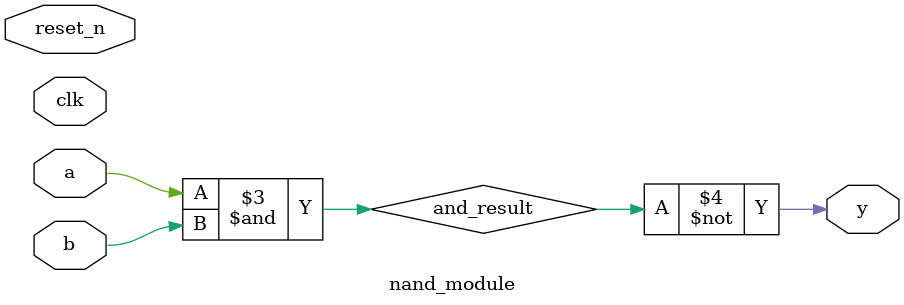
<source format=sv>
module xor_nand_gate (
    input wire A, B, C,   // Primary inputs
    output wire Y         // Final output
);
    // Internal pipeline registers for improved timing
    reg stage1_a_and_not_b;
    reg stage1_not_a_and_b;
    reg stage2_xor_result;
    reg stage2_not_c;
    reg stage3_final_output;
    
    // Stage 1: Initial logic decomposition
    always @(*) begin
        stage1_a_and_not_b = A & ~B;     // Path 1: A AND (NOT B)
        stage1_not_a_and_b = ~A & B;     // Path 2: (NOT A) AND B
    end
    
    // Stage 2: XOR result computation and C negation
    always @(*) begin
        stage2_xor_result = stage1_a_and_not_b | stage1_not_a_and_b;  // XOR equivalent
        stage2_not_c = ~C;               // Prepare NOT C for final stage
    end
    
    // Stage 3: Final output generation
    always @(*) begin
        stage3_final_output = stage2_xor_result & stage2_not_c;  // (A XOR B) AND (NOT C)
    end
    
    // Output assignment
    assign Y = stage3_final_output;
    
    // Parameters for timing control and optimization
    parameter CRITICAL_PATH_DELAY = 2;   // Estimated critical path delay
    
    // Synthesis directives for optimization
    // synthesis translate_off
    specify
        (A, B, C *> Y) = CRITICAL_PATH_DELAY;
    endspecify
    // synthesis translate_on
endmodule

// Submodule implementations with improved pipelining capability
module xor_module #(
    parameter XOR_DELAY = 0,
    parameter PIPELINE_STAGES = 0        // Configurable pipeline depth
) (
    input wire clk,                      // Clock for optional pipelining
    input wire reset_n,                  // Active low reset
    input wire a, b,                     // Inputs
    output wire y                        // Output
);
    // Internal signals for multi-stage pipeline
    wire stage1_a_not_b, stage1_not_a_b;
    reg [PIPELINE_STAGES:0] pipeline_result;
    
    // First stage: compute partial products
    assign stage1_a_not_b = a & ~b;
    assign stage1_not_a_b = ~a & b;
    
    // Generate appropriate pipeline structure based on parameter
    generate
        if (PIPELINE_STAGES == 0) begin: NO_PIPELINE
            // Direct combinational path
            assign y = stage1_a_not_b | stage1_not_a_b;
        end
        else begin: WITH_PIPELINE
            // Registered pipeline implementation
            always @(posedge clk or negedge reset_n) begin
                if (!reset_n) begin
                    pipeline_result <= {(PIPELINE_STAGES+1){1'b0}};
                end
                else begin
                    pipeline_result[0] <= stage1_a_not_b | stage1_not_a_b;
                    for (int i=1; i<=PIPELINE_STAGES; i=i+1) begin
                        pipeline_result[i] <= pipeline_result[i-1];
                    end
                end
            end
            
            // Output from final pipeline stage
            assign y = pipeline_result[PIPELINE_STAGES];
        end
    endgenerate
endmodule

// Optimized NAND module with pipeline capability
module nand_module #(
    parameter NAND_DELAY = 0,
    parameter USE_PIPELINE = 0           // Pipeline control parameter
) (
    input wire clk,                      // Clock for optional pipelining
    input wire reset_n,                  // Active low reset
    input wire a, b,                     // Inputs
    output wire y                        // Output
);
    // Internal signal for AND result
    wire and_result;
    reg pipeline_reg;
    
    // Compute AND result
    assign and_result = a & b;
    
    // Pipeline structure based on parameter
    generate
        if (USE_PIPELINE == 0) begin: NO_PIPELINE
            // Direct combinational path
            assign y = ~and_result;
        end
        else begin: WITH_PIPELINE
            // Registered pipeline implementation
            always @(posedge clk or negedge reset_n) begin
                if (!reset_n)
                    pipeline_reg <= 1'b1; // NAND output is 1 when reset
                else
                    pipeline_reg <= ~and_result;
            end
            
            // Output from pipeline register
            assign y = pipeline_reg;
        end
    endgenerate
endmodule
</source>
